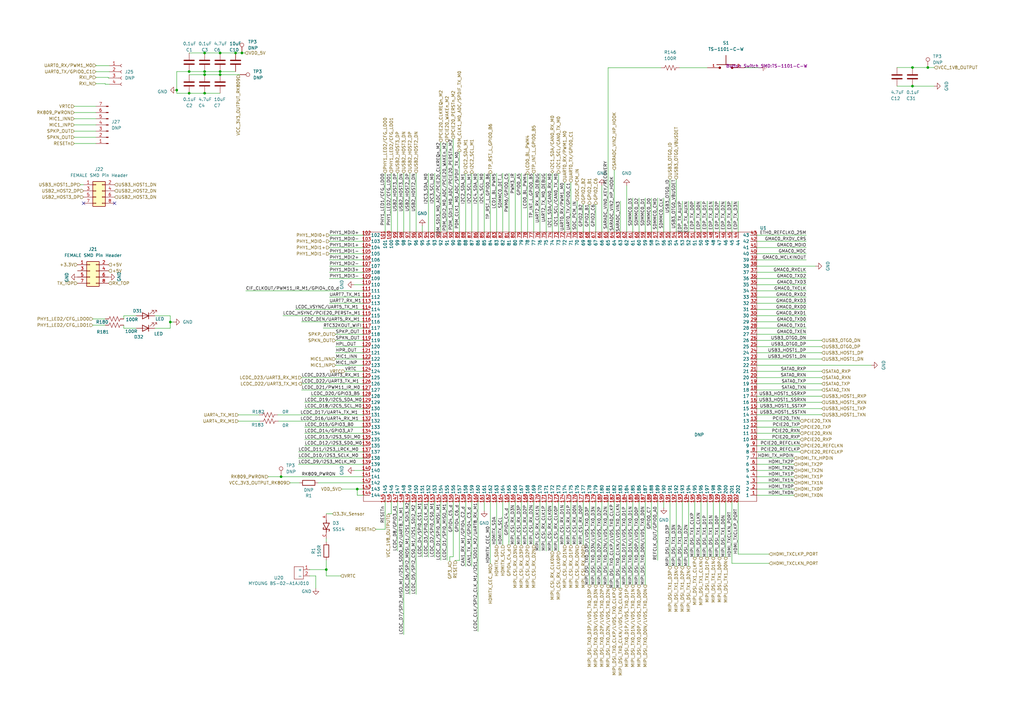
<source format=kicad_sch>
(kicad_sch (version 20230819) (generator eeschema)
  (paper "A3")
  (junction (at 133.8295 233.6065))
  (junction (at 90.2707 29.3423))
  (junction (at 83.9207 30.6123))
  (junction (at 99.231 21.7223))
  (junction (at 146.5295 200.5865))
  (junction (at 83.9207 29.3423))
  (junction (at 96.6207 21.7223))
  (junction (at 380.5549 27.6952))
  (junction (at 77.5707 38.2323))
  (junction (at 374.2473 35.3152))
  (junction (at 72.4907 36.9623))
  (junction (at 90.2707 30.6123))
  (junction (at 69.85 132.08))
  (junction (at 115.2798 195.5009))
  (junction (at 90.2707 21.7223))
  (junction (at 77.5707 29.3423))
  (junction (at 83.9207 38.2323))
  (junction (at 374.2473 27.6952))
  (junction (at 83.9207 21.7223))
  (no_connect (at 34.2778 83.3698))
  (no_connect (at 46.9778 83.3698))
  (wire (pts (xy 246.8595 76.1265) (xy 246.8595 95.1765)))
  (wire (pts (xy 124.9395 165.0265) (xy 149.0695 165.0265)))
  (wire (pts (xy 188.4395 95.1765) (xy 188.4395 62.1565)))
  (wire (pts (xy 259.5595 205.6665) (xy 259.5595 239.9565)))
  (wire (pts (xy 127 233.6065) (xy 133.8295 233.6065)))
  (wire (pts (xy 173.1995 92.6365) (xy 173.1995 95.1765)))
  (wire (pts (xy 241.7795 205.6665) (xy 241.7795 239.9565)))
  (wire (pts (xy 30.4678 56.3152) (xy 39.3578 56.3152)))
  (wire (pts (xy 145.2595 116.7665) (xy 149.0695 116.7665)))
  (wire (pts (xy 272.2595 208.2065) (xy 272.2595 205.6665)))
  (wire (pts (xy 30.4678 51.2352) (xy 39.3578 51.2352)))
  (wire (pts (xy 310.3595 190.4265) (xy 325.5995 190.4265)))
  (wire (pts (xy 137.6395 149.7865) (xy 149.0695 149.7865)))
  (wire (pts (xy 259.5595 81.2065) (xy 259.5595 95.1765)))
  (wire (pts (xy 374.2473 27.6952) (xy 380.5549 27.6952)))
  (wire (pts (xy 116.0495 129.4665) (xy 149.0695 129.4665)))
  (wire (pts (xy 234.1595 205.6665) (xy 234.1595 223.4465)))
  (wire (pts (xy 30.4678 43.6152) (xy 39.3578 43.6152)))
  (wire (pts (xy 98.3725 30.6115) (xy 98.3725 30.6123)))
  (wire (pts (xy 135.0995 114.2265) (xy 149.0695 114.2265)))
  (wire (pts (xy 30.4678 48.6952) (xy 39.3578 48.6952)))
  (wire (pts (xy 154.1495 217.0965) (xy 157.9595 217.0965)))
  (wire (pts (xy 229.0795 71.0465) (xy 229.0795 95.1765)))
  (wire (pts (xy 69.85 132.08) (xy 69.85 134.62)))
  (wire (pts (xy 231.6195 74.8565) (xy 231.6195 95.1765)))
  (wire (pts (xy 279.8795 82.4765) (xy 279.8795 95.1765)))
  (wire (pts (xy 198.5995 95.1765) (xy 198.5995 71.0465)))
  (wire (pts (xy 310.3595 198.0465) (xy 325.5995 198.0465)))
  (wire (pts (xy 246.8595 205.6665) (xy 246.8595 239.9565)))
  (wire (pts (xy 118.9699 198.0273) (xy 118.9699 198.0465)))
  (wire (pts (xy 279.8795 205.6665) (xy 279.8795 232.3365)))
  (wire (pts (xy 310.3595 111.6865) (xy 330.6795 111.6865)))
  (wire (pts (xy 124.9395 180.2665) (xy 149.0695 180.2665)))
  (wire (pts (xy 135.0995 104.0665) (xy 149.0695 104.0665)))
  (wire (pts (xy 188.4395 205.6665) (xy 188.4395 229.87)))
  (wire (pts (xy 310.3595 170.1065) (xy 337.0295 170.1065)))
  (wire (pts (xy 249.3995 205.6665) (xy 249.3995 239.9565)))
  (wire (pts (xy 127.4795 162.4865) (xy 149.0695 162.4865)))
  (wire (pts (xy 295.1195 205.6665) (xy 295.1195 228.5265)))
  (wire (pts (xy 310.3595 116.7665) (xy 330.6795 116.7665)))
  (wire (pts (xy 139.7 236.22) (xy 133.8295 236.22)))
  (wire (pts (xy 206.2195 205.6665) (xy 206.2195 223.4465)))
  (wire (pts (xy 310.3595 159.9465) (xy 337.0295 159.9465)))
  (wire (pts (xy 297.6595 82.4765) (xy 297.6595 95.1765)))
  (wire (pts (xy 72.4907 29.3423) (xy 72.4907 36.9623)))
  (wire (pts (xy 236.6995 205.6665) (xy 236.6995 223.4465)))
  (wire (pts (xy 149.0695 190.4265) (xy 122.3995 190.4265)))
  (wire (pts (xy 310.3595 147.2465) (xy 337.0295 147.2465)))
  (wire (pts (xy 310.3595 154.8665) (xy 337.0295 154.8665)))
  (wire (pts (xy 262.0995 205.6665) (xy 262.0995 239.9565)))
  (wire (pts (xy 244.3195 205.6665) (xy 244.3195 239.9565)))
  (wire (pts (xy 262.0995 81.2065) (xy 262.0995 95.1765)))
  (wire (pts (xy 310.3595 165.0265) (xy 337.0295 165.0265)))
  (wire (pts (xy 146.5295 200.5865) (xy 149.0695 200.5865)))
  (wire (pts (xy 135.0995 106.6065) (xy 149.0695 106.6065)))
  (wire (pts (xy 118.9699 198.0465) (xy 122.8147 198.0465)))
  (wire (pts (xy 123.6695 132.0065) (xy 149.0695 132.0065)))
  (wire (pts (xy 310.3595 200.5865) (xy 325.5995 200.5865)))
  (wire (pts (xy 244.3195 83.7465) (xy 244.3195 95.1765)))
  (wire (pts (xy 264.6395 205.6665) (xy 264.6395 239.9565)))
  (wire (pts (xy 77.5707 21.7223) (xy 83.9207 21.7223)))
  (wire (pts (xy 183.3595 205.6665) (xy 183.3595 229.7965)))
  (wire (pts (xy 310.3595 192.9665) (xy 325.5995 192.9665)))
  (wire (pts (xy 221.4595 71.0465) (xy 221.4595 95.1765)))
  (wire (pts (xy 249.3995 27.7867) (xy 249.3995 95.1765)))
  (wire (pts (xy 236.6995 82.4765) (xy 236.6995 95.1765)))
  (wire (pts (xy 55.88 129.54) (xy 50.8 129.54)))
  (wire (pts (xy 160.4995 210.7465) (xy 160.4995 205.6665)))
  (wire (pts (xy 113.9047 170.18) (xy 125.73 170.18)))
  (wire (pts (xy 123.6695 154.8665) (xy 149.0695 154.8665)))
  (wire (pts (xy 208.7595 71.0465) (xy 208.7595 95.1765)))
  (wire (pts (xy 201.1395 95.1765) (xy 201.1395 71.0465)))
  (wire (pts (xy 129.54 236.22) (xy 127 236.22)))
  (wire (pts (xy 221.4595 205.6665) (xy 221.4595 225.9865)))
  (wire (pts (xy 50.8 129.54) (xy 50.8 130.81)))
  (wire (pts (xy 135.0995 96.4465) (xy 149.0695 96.4465)))
  (wire (pts (xy 98.3725 30.6123) (xy 90.2707 30.6123)))
  (wire (pts (xy 277.3395 205.6665) (xy 277.3395 232.3365)))
  (wire (pts (xy 135.0995 111.6865) (xy 149.0695 111.6865)))
  (wire (pts (xy 254.4795 82.4765) (xy 254.4795 95.1765)))
  (wire (pts (xy 310.3595 157.4065) (xy 337.0295 157.4065)))
  (wire (pts (xy 184.5048 230.1103) (xy 184.5048 228.346)))
  (wire (pts (xy 287.4995 205.6665) (xy 287.4995 228.5265)))
  (wire (pts (xy 83.9207 21.7223) (xy 90.2707 21.7223)))
  (wire (pts (xy 310.3595 139.6265) (xy 337.0295 139.6265)))
  (wire (pts (xy 39.37 34.29) (xy 43.18 34.29)))
  (wire (pts (xy 140.1795 200.5865) (xy 146.5295 200.5865)))
  (wire (pts (xy 208.7328 222.0138) (xy 208.7595 222.0138)))
  (wire (pts (xy 38.1 130.81) (xy 43.18 130.81)))
  (wire (pts (xy 175.7395 95.1765) (xy 175.7395 71.0465)))
  (wire (pts (xy 178.2795 205.6665) (xy 178.2795 228.5265)))
  (wire (pts (xy 100.8095 119.3065) (xy 149.0695 119.3065)))
  (wire (pts (xy 90.2707 29.3423) (xy 83.9207 29.3423)))
  (wire (pts (xy 137.6395 139.6265) (xy 149.0695 139.6265)))
  (wire (pts (xy 310.3595 187.8865) (xy 325.5995 187.8865)))
  (wire (pts (xy 137.6395 144.7065) (xy 149.0695 144.7065)))
  (wire (pts (xy 254.4795 205.6665) (xy 254.4795 241.2265)))
  (wire (pts (xy 39.37 26.9202) (xy 39.37 26.8525)))
  (wire (pts (xy 149.0695 185.3465) (xy 122.3995 185.3465)))
  (wire (pts (xy 135.0995 98.9865) (xy 149.0695 98.9865)))
  (wire (pts (xy 310.3595 177.7265) (xy 328.1395 177.7265)))
  (wire (pts (xy 193.5195 95.1765) (xy 193.5195 71.0465)))
  (wire (pts (xy 77.5707 30.6123) (xy 83.9207 30.6123)))
  (wire (pts (xy 141.4495 152.3265) (xy 149.0695 152.3265)))
  (wire (pts (xy 137.6395 142.1665) (xy 149.0695 142.1665)))
  (wire (pts (xy 310.3595 195.5065) (xy 325.5995 195.5065)))
  (wire (pts (xy 310.3595 124.3865) (xy 330.6795 124.3865)))
  (wire (pts (xy 168.1195 205.6665) (xy 168.1195 243.7665)))
  (wire (pts (xy 310.3595 137.0865) (xy 330.6795 137.0865)))
  (wire (pts (xy 115.2798 195.5065) (xy 115.2798 195.5009)))
  (wire (pts (xy 216.3795 71.0465) (xy 216.3795 95.1765)))
  (wire (pts (xy 251.9395 205.6665) (xy 251.9395 241.2265)))
  (wire (pts (xy 290.0395 205.6665) (xy 290.0395 228.5265)))
  (wire (pts (xy 292.5795 82.4765) (xy 292.5795 95.1765)))
  (wire (pts (xy 249.3995 27.7867) (xy 271.0888 27.7867)))
  (wire (pts (xy 206.2195 95.1765) (xy 206.2195 71.0465)))
  (wire (pts (xy 310.3595 175.1865) (xy 328.1395 175.1865)))
  (wire (pts (xy 33.0078 75.7498) (xy 34.2778 75.7498)))
  (wire (pts (xy 226.5395 71.0465) (xy 226.5395 95.1765)))
  (wire (pts (xy 267.1795 205.6665) (xy 267.1795 217.0965)))
  (wire (pts (xy 55.88 134.62) (xy 50.8 134.62)))
  (wire (pts (xy 278.7088 27.7867) (xy 290.1388 27.7867)))
  (wire (pts (xy 211.2995 205.6665) (xy 211.2995 223.4465)))
  (wire (pts (xy 129.54 241.3) (xy 129.54 236.22)))
  (wire (pts (xy 292.5795 205.6665) (xy 292.5795 228.5265)))
  (wire (pts (xy 229.0795 205.6665) (xy 229.0795 225.9865)))
  (wire (pts (xy 133.8295 222.1765) (xy 133.8295 220.9065)))
  (wire (pts (xy 44.45 32.0002) (xy 44.8672 32.0002)))
  (wire (pts (xy 310.3595 129.4665) (xy 330.6795 129.4665)))
  (wire (pts (xy 185.8995 205.6665) (xy 185.8995 228.346)))
  (wire (pts (xy 39.37 29.3925) (xy 44.8672 29.3925)))
  (wire (pts (xy 145.2595 192.9665) (xy 149.0695 192.9665)))
  (wire (pts (xy 310.3595 162.4865) (xy 337.0295 162.4865)))
  (wire (pts (xy 135.0995 121.8465) (xy 149.0695 121.8465)))
  (wire (pts (xy 130.4347 198.0465) (xy 149.0695 198.0465)))
  (wire (pts (xy 295.1195 82.4765) (xy 295.1195 95.1765)))
  (wire (pts (xy 90.2707 21.7223) (xy 96.6207 21.7223)))
  (wire (pts (xy 234.1595 74.8565) (xy 234.1595 95.1765)))
  (wire (pts (xy 124.9395 167.5665) (xy 149.0695 167.5665)))
  (wire (pts (xy 367.8973 27.6952) (xy 374.2473 27.6952)))
  (wire (pts (xy 69.85 129.54) (xy 63.5 129.54)))
  (wire (pts (xy 251.9395 69.7765) (xy 251.9395 95.1765)))
  (wire (pts (xy 223.9995 205.6665) (xy 223.9995 225.9865)))
  (wire (pts (xy 310.3595 96.4465) (xy 330.6795 96.4465)))
  (wire (pts (xy 163.0395 205.6665) (xy 163.0395 225.9865)))
  (wire (pts (xy 282.4195 82.4765) (xy 282.4195 95.1765)))
  (wire (pts (xy 132.5595 134.5465) (xy 149.0695 134.5465)))
  (wire (pts (xy 83.9207 30.6123) (xy 90.2707 30.6123)))
  (wire (pts (xy 175.7395 205.6665) (xy 175.7395 228.5265)))
  (wire (pts (xy 173.1995 205.6665) (xy 173.1995 228.5265)))
  (wire (pts (xy 72.4907 38.2323) (xy 77.5707 38.2323)))
  (wire (pts (xy 213.8395 71.0465) (xy 213.8395 95.1765)))
  (wire (pts (xy 190.9795 95.1765) (xy 190.9795 71.0465)))
  (wire (pts (xy 310.3595 142.1665) (xy 337.0295 142.1665)))
  (wire (pts (xy 96.6207 29.3423) (xy 90.2707 29.3423)))
  (wire (pts (xy 231.6195 205.6665) (xy 231.6195 223.4465)))
  (wire (pts (xy 239.2395 83.7465) (xy 239.2395 95.1765)))
  (wire (pts (xy 146.5295 203.1265) (xy 146.5295 200.5865)))
  (wire (pts (xy 96.6207 21.7223) (xy 99.231 21.7223)))
  (wire (pts (xy 124.9395 177.7265) (xy 149.0695 177.7265)))
  (wire (pts (xy 123.6695 159.9465) (xy 149.0695 159.9465)))
  (wire (pts (xy 137.6395 137.0865) (xy 149.0695 137.0865)))
  (wire (pts (xy 310.3595 134.5465) (xy 330.6795 134.5465)))
  (wire (pts (xy 188.4395 229.87) (xy 186.69 229.87)))
  (wire (pts (xy 39.37 31.75) (xy 44.45 31.75)))
  (wire (pts (xy 300.1995 231.0665) (xy 300.1995 205.6665)))
  (wire (pts (xy 223.9995 71.0465) (xy 223.9995 95.1765)))
  (wire (pts (xy 310.3595 203.1265) (xy 325.5995 203.1265)))
  (wire (pts (xy 77.5707 38.2323) (xy 83.9207 38.2323)))
  (wire (pts (xy 310.3595 152.3265) (xy 337.0295 152.3265)))
  (wire (pts (xy 136.3695 210.7465) (xy 133.8295 210.7465)))
  (wire (pts (xy 218.9195 205.6665) (xy 218.9195 223.4465)))
  (wire (pts (xy 310.3595 167.5665) (xy 337.0295 167.5665)))
  (wire (pts (xy 184.5048 228.346) (xy 185.8995 228.346)))
  (wire (pts (xy 135.0995 124.3865) (xy 149.0695 124.3865)))
  (wire (pts (xy 211.2995 71.0465) (xy 211.2995 95.1765)))
  (wire (pts (xy 310.3595 180.2665) (xy 328.1395 180.2665)))
  (wire (pts (xy 110.0416 195.5009) (xy 115.2798 195.5009)))
  (wire (pts (xy 44.8672 26.9202) (xy 39.37 26.9202)))
  (wire (pts (xy 290.0395 82.4765) (xy 290.0395 95.1765)))
  (wire (pts (xy 310.3595 104.0665) (xy 330.6795 104.0665)))
  (wire (pts (xy 149.0695 187.8865) (xy 122.3995 187.8865)))
  (wire (pts (xy 226.5395 205.6665) (xy 226.5395 225.9865)))
  (wire (pts (xy 170.6595 205.6665) (xy 170.6595 243.7665)))
  (wire (pts (xy 31.75 116.1735) (xy 31.7819 116.1735)))
  (wire (pts (xy 310.3595 98.9865) (xy 330.6795 98.9865)))
  (wire (pts (xy 272.2595 81.2065) (xy 272.2595 95.1765)))
  (wire (pts (xy 193.5195 205.6665) (xy 193.5195 232.3365)))
  (wire (pts (xy 44.45 31.75) (xy 44.45 32.0002)))
  (wire (pts (xy 159.2295 210.7465) (xy 160.4995 210.7465)))
  (wire (pts (xy 43.18 34.5402) (xy 44.8672 34.5402)))
  (wire (pts (xy 380.5549 27.6952) (xy 383.1373 27.6952)))
  (wire (pts (xy 38.1 133.35) (xy 43.18 133.35)))
  (wire (pts (xy 208.7328 222.0138) (xy 208.7328 223.5044)))
  (wire (pts (xy 269.7195 205.6665) (xy 269.7195 229.7965)))
  (wire (pts (xy 310.3595 144.7065) (xy 337.0295 144.7065)))
  (wire (pts (xy 44.8672 29.3925) (xy 44.8672 29.4602)))
  (wire (pts (xy 334.4895 109.1465) (xy 310.3595 109.1465)))
  (wire (pts (xy 170.6595 71.0465) (xy 170.6595 95.1765)))
  (wire (pts (xy 284.9595 82.4765) (xy 284.9595 95.1765)))
  (wire (pts (xy 30.4678 53.7752) (xy 39.3578 53.7752)))
  (wire (pts (xy 97.79 170.18) (xy 106.2847 170.18)))
  (wire (pts (xy 71.12 132.08) (xy 69.85 132.08)))
  (wire (pts (xy 178.2795 95.1765) (xy 178.2795 71.0465)))
  (wire (pts (xy 300.1995 82.4765) (xy 300.1995 95.1765)))
  (wire (pts (xy 50.8 134.62) (xy 50.8 133.35)))
  (wire (pts (xy 203.6795 95.1765) (xy 203.6795 71.0465)))
  (wire (pts (xy 135.0995 101.5265) (xy 149.0695 101.5265)))
  (wire (pts (xy 30.4678 46.1552) (xy 39.3578 46.1552)))
  (wire (pts (xy 274.7995 205.6665) (xy 274.7995 232.3365)))
  (wire (pts (xy 310.3595 132.0065) (xy 330.6795 132.0065)))
  (wire (pts (xy 196.0595 205.6665) (xy 196.0595 259.0065)))
  (wire (pts (xy 183.3595 95.1765) (xy 183.3595 58.3465)))
  (wire (pts (xy 97.79 172.72) (xy 106.5908 172.72)))
  (wire (pts (xy 180.8195 205.6665) (xy 180.8195 229.7965)))
  (wire (pts (xy 310.3595 126.9265) (xy 330.6795 126.9265)))
  (wire (pts (xy 77.5707 29.3423) (xy 72.4907 29.3423)))
  (wire (pts (xy 115.2798 195.5065) (xy 149.0695 195.5065)))
  (wire (pts (xy 133.8295 229.7965) (xy 133.8295 233.6065)))
  (wire (pts (xy 310.3595 114.2265) (xy 330.6795 114.2265)))
  (wire (pts (xy 69.85 132.08) (xy 69.85 129.54)))
  (wire (pts (xy 297.6595 205.6665) (xy 297.6595 228.5265)))
  (wire (pts (xy 257.0195 205.6665) (xy 257.0195 239.9565)))
  (wire (pts (xy 99.231 21.7223) (xy 100.4307 21.7223)))
  (wire (pts (xy 315.4395 227.2565) (xy 302.7395 227.2565)))
  (wire (pts (xy 137.6395 147.2465) (xy 149.0695 147.2465)))
  (wire (pts (xy 218.9195 71.0465) (xy 218.9195 95.1765)))
  (wire (pts (xy 310.3595 121.8465) (xy 330.6795 121.8465)))
  (wire (pts (xy 302.7395 82.4765) (xy 302.7395 95.1765)))
  (wire (pts (xy 114.2108 172.72) (xy 127 172.72)))
  (wire (pts (xy 121.1295 126.9265) (xy 149.0695 126.9265)))
  (wire (pts (xy 367.8973 35.3152) (xy 374.2473 35.3152)))
  (wire (pts (xy 213.8395 205.6665) (xy 213.8395 223.4465)))
  (wire (pts (xy 267.1795 81.2065) (xy 267.1795 95.1765)))
  (wire (pts (xy 43.18 34.29) (xy 43.18 34.5402)))
  (wire (pts (xy 124.9395 175.1865) (xy 149.0695 175.1865)))
  (wire (pts (xy 123.6695 157.4065) (xy 149.0695 157.4065)))
  (wire (pts (xy 374.2473 35.3152) (xy 383.1373 35.3152)))
  (wire (pts (xy 83.9207 29.3423) (xy 77.5707 29.3423)))
  (wire (pts (xy 257.0195 76.1265) (xy 257.0195 95.1765)))
  (wire (pts (xy 239.2395 205.6665) (xy 239.2395 223.4465)))
  (wire (pts (xy 287.4995 82.4765) (xy 287.4995 95.1765)))
  (wire (pts (xy 203.6795 205.6665) (xy 203.6795 223.4465)))
  (wire (pts (xy 357.3495 149.7865) (xy 310.3595 149.7865)))
  (wire (pts (xy 315.4395 231.0665) (xy 300.1995 231.0665)))
  (wire (pts (xy 30.4678 58.8552) (xy 39.3578 58.8552)))
  (wire (pts (xy 264.6395 81.2065) (xy 264.6395 95.1765)))
  (wire (pts (xy 198.5995 209.4765) (xy 198.5995 205.6665)))
  (wire (pts (xy 310.3595 101.5265) (xy 330.6795 101.5265)))
  (wire (pts (xy 269.7195 81.2065) (xy 269.7195 95.1765)))
  (wire (pts (xy 201.1395 205.6665) (xy 201.1395 231.0665)))
  (wire (pts (xy 157.9595 217.0965) (xy 157.9595 205.6665)))
  (wire (pts (xy 180.8195 95.1765) (xy 180.8195 58.3465)))
  (wire (pts (xy 83.9207 38.2323) (xy 90.2707 38.2323)))
  (wire (pts (xy 124.9395 182.8065) (xy 149.0695 182.8065)))
  (wire (pts (xy 133.8295 236.22) (xy 133.8295 233.6065)))
  (wire (pts (xy 241.7795 83.7465) (xy 241.7795 95.1765)))
  (wire (pts (xy 310.3595 119.3065) (xy 330.6795 119.3065)))
  (wire (pts (xy 185.8995 95.1765) (xy 185.8995 57.0765)))
  (wire (pts (xy 163.0395 71.0465) (xy 163.0395 95.1765)))
  (wire (pts (xy 190.9795 205.6665) (xy 190.9795 232.3365)))
  (wire (pts (xy 160.4995 71.0465) (xy 160.4995 95.1765)))
  (wire (pts (xy 310.3595 185.3465) (xy 328.1395 185.3465)))
  (wire (pts (xy 72.4907 36.9623) (xy 72.4907 38.2323)))
  (wire (pts (xy 310.3595 106.6065) (xy 330.6795 106.6065)))
  (wire (pts (xy 284.9595 205.6665) (xy 284.9595 228.5265)))
  (wire (pts (xy 165.5795 71.0465) (xy 165.5795 95.1765)))
  (wire (pts (xy 149.0695 203.1265) (xy 146.5295 203.1265)))
  (wire (pts (xy 282.4195 205.6665) (xy 282.4195 232.3365)))
  (wire (pts (xy 274.7995 73.5865) (xy 274.7995 95.1765)))
  (wire (pts (xy 157.9595 71.0465) (xy 157.9595 95.1765)))
  (wire (pts (xy 135.0995 109.1465) (xy 149.0695 109.1465)))
  (wire (pts (xy 168.1195 71.0465) (xy 168.1195 95.1765)))
  (wire (pts (xy 196.0595 95.1765) (xy 196.0595 71.0465)))
  (wire (pts (xy 310.3595 172.6465) (xy 328.1395 172.6465)))
  (wire (pts (xy 302.7395 227.2565) (xy 302.7395 205.6665)))
  (wire (pts (xy 125.73 170.18) (xy 149.0695 170.1065)))
  (wire (pts (xy 165.5795 205.6665) (xy 165.5795 260.2765)))
  (wire (pts (xy 305.3788 27.7867) (xy 311.7288 27.7867)))
  (wire (pts (xy 208.7595 222.0138) (xy 208.7595 205.6665)))
  (wire (pts (xy 127 172.72) (xy 149.0695 172.6465)))
  (wire (pts (xy 216.3795 205.6665) (xy 216.3795 223.4465)))
  (wire (pts (xy 69.85 134.62) (xy 63.5 134.62)))
  (wire (pts (xy 127 233.6065) (xy 127 233.68)))
  (wire (pts (xy 310.3595 182.8065) (xy 328.1395 182.8065)))
  (wire (pts (xy 277.3395 73.5865) (xy 277.3395 95.1765)))
  (label "SARADC_VIN0_KEY{slash}RECOVERY" (at 249.3995 65.9665 270))
  (label "MIPI_DSI_TX1_D3N" (at 277.3395 232.3365 90))
  (label "GMAC0_RXD1" (at 330.6795 129.4665 180))
  (label "LCDC_D12{slash}I2S3_SD0_M0" (at 124.9395 182.8065 0))
  (label "MIPI_DSI_TX0_D3P{slash}LVDS_TX0_D3P" (at 241.7795 239.9565 90))
  (label "MIPI_DSI_TX1_CLKN" (at 287.4995 228.5265 90))
  (label "UART0_RX{slash}PWM1_M0" (at 231.6195 74.8565 270))
  (label "LCDC_D9{slash}I2S3_MCLK_M0" (at 122.3995 190.4265 0))
  (label "SATA0_TXN" (at 330.6795 159.9465 180))
  (label "USB2_HOST2_DN" (at 170.6595 71.0465 270))
  (label "MIPI_DSI_TX1_D1N" (at 292.5795 228.5265 90))
  (label "MIPI_DSI_TX0_D2P{slash}LVDS_TX0_D2P" (at 246.8595 239.9565 90))
  (label "SOC_PCM_IN" (at 236.6995 82.4765 270))
  (label "TP_RST_L_GPIO0_B6" (at 201.1395 71.0465 270))
  (label "LCDC_D13{slash}I2S3_SDI_M0" (at 124.9395 180.2665 0))
  (label "LCDC_VSYNC{slash}UART5_TX_M1" (at 121.1295 126.9265 0))
  (label "HDMITX_CEC_M0" (at 201.1395 231.0665 90))
  (label "PHY1_LED2{slash}CFG_LDO1" (at 160.4995 71.0465 270))
  (label "HDMITX_SDA" (at 203.6795 223.4465 90))
  (label "SATA0_TXP" (at 330.6795 157.4065 180))
  (label "PCIE20_RXN" (at 328.1395 177.7265 180))
  (label "SDMMC0_D3" (at 259.5595 81.2065 270))
  (label "USB3_HOST1_SSTXP" (at 330.6795 167.5665 180))
  (label "CAN1_RX_M1{slash}GPIO4_C2_d" (at 190.9795 232.3365 90))
  (label "PCIE20_RXP" (at 328.1395 180.2665 180))
  (label "GPIO4_C6_d" (at 188.4395 218.3665 90))
  (label "HDMI_TX0N" (at 325.5995 203.1265 180))
  (label "GMAC0_TXD1" (at 330.6795 134.5465 180))
  (label "GMAC0_MDC" (at 330.6795 104.0665 180))
  (label "MIPI_CSI_RX_D2P" (at 216.3795 223.4465 90))
  (label "EDP_TX_D0P" (at 284.9595 82.4765 270))
  (label "HDMI_TX2N" (at 325.5995 192.9665 180))
  (label "EDP_TX_D2P" (at 295.1195 82.4765 270))
  (label "LCDC_D18{slash}I2C5_SCL_M0" (at 124.9395 167.5665 0))
  (label "LCDC_D7{slash}SPI2_MISO_M1{slash}I2S1_SDO0_M2{slash}UART8_TX_M1" (at 165.5795 260.2765 90))
  (label "GMAC0_MCLKINOUT" (at 330.6795 106.6065 180))
  (label "UART7_TX_M1" (at 135.0995 121.8465 0))
  (label "GMAC0_TXD0" (at 330.6795 132.0065 180))
  (label "MIPI_DSI_TX1_D1P" (at 290.0395 228.5265 90))
  (label "SATA0_RXP" (at 330.6795 152.3265 180))
  (label "HPR_OUT" (at 137.6395 144.7065 0))
  (label "I2C4_SCL_M0" (at 198.5995 71.0465 270))
  (label "MIPI_CSI_RX_CLK0N" (at 226.5395 225.9865 90))
  (label "I2C2_SDA_M1" (at 190.9795 71.0465 270))
  (label "GPIO4_C4_d" (at 208.7595 219.6365 90))
  (label "LCDC_D3{slash}SPI0_CLK_M1" (at 175.7395 228.5265 90))
  (label "SARADC_VIN3" (at 254.4795 82.4765 270))
  (label "UART2_RX_M0_DEBUG" (at 221.4595 71.0465 270))
  (label "SPKP_OUT" (at 137.6395 137.0865 0))
  (label "PCIE20_TXN" (at 328.1395 172.6465 180))
  (label "LCDC_D11{slash}I2S3_LRCK_M0" (at 122.3995 185.3465 0))
  (label "MIPI_DSI_TX0_D3N{slash}LVDS_TX0_D3N" (at 244.3195 239.9565 90))
  (label "RTC32KOUT_WIFI" (at 132.5595 134.5465 0))
  (label "PHY1_LED1{slash}CFG_LDO0" (at 157.9595 71.0465 270))
  (label "GMAC0_TXD3" (at 330.6795 116.7665 180))
  (label "USB2_HOST2_DP" (at 168.1195 71.0465 270))
  (label "GMAC0_TXD2" (at 330.6795 114.2265 180))
  (label "GPIO2_B2" (at 239.2395 83.7465 270))
  (label "SDMMC0_D2" (at 262.0995 81.2065 270))
  (label "LCDC_D8{slash}GPIO3_A1" (at 163.0395 225.9865 90))
  (label "EDP_TX_D1P" (at 290.0395 82.4765 270))
  (label "PHY1_MDI2+" (at 135.0995 106.6065 0))
  (label "I2C4_SDA_M0" (at 196.0595 71.0465 270))
  (label "SATA0_RXN" (at 330.6795 154.8665 180))
  (label "ETH0_REFCLKO_25M" (at 330.6795 96.4465 180))
  (label "HDMI_TX1N" (at 325.5995 198.0465 180))
  (label "USB2_HOST3_DP" (at 163.0395 71.0465 270))
  (label "MIPI_DSI_TX0_D1P{slash}LVDS_TX0_D1P" (at 257.0195 239.9565 90))
  (label "PCIE20_TXP" (at 328.1395 175.1865 180))
  (label "PHY1_MDI0-" (at 135.0995 98.9865 0))
  (label "UART0_TX{slash}GPIO0_C1" (at 234.1595 74.8565 270))
  (label "REFCLK_OUT{slash}GPIO0_A0" (at 269.7195 229.7965 90))
  (label "USB3_HOST1_DN" (at 330.6795 147.2465 180))
  (label "MIPI_CSI_RX_CLK1P" (at 223.9995 225.9865 90))
  (label "MIPI_DSI_TX0_D0P{slash}LVDS_TX0_D0P" (at 262.0995 239.9565 90))
  (label "HPL_OUT" (at 137.6395 142.1665 0))
  (label "EDP_TX_D1N" (at 292.5795 82.4765 270))
  (label "LCDC_D5{slash}SPI2_CS0_M1{slash}I2S1_SDI2_M2" (at 170.6595 243.7665 90))
  (label "MIPI_CSI_RX_D0N" (at 236.6995 223.4465 90))
  (label "PDM_SDI3_M0_ADC{slash}PCIE20_CLKREQn_M2" (at 180.8195 58.3465 270))
  (label "HDMI_TXCLKP_PORT" (at 302.7395 227.2565 90))
  (label "PHY1_MDI1+" (at 135.0995 101.5265 0))
  (label "SDMMC0_DET_L" (at 206.2195 71.0465 270))
  (label "HDMI_TXCLKN_PORT" (at 300.1995 228.5265 90))
  (label "USB3_OTG0_DP" (at 330.6795 142.1665 180))
  (label "LCDC_D14{slash}GPIO3_A7" (at 124.9395 177.7265 0))
  (label "GMAC0_RXCLK" (at 330.6795 111.6865 180))
  (label "MIPI_DSI_TX0_CLKN{slash}LVDS_TX0_CLKN" (at 254.4795 241.2265 90))
  (label "HDMI_TX0P" (at 325.5995 200.5865 180))
  (label "MIPI_DSI_TX1_D2N" (at 282.4195 232.3365 90))
  (label "GPIO0_A5" (at 213.8395 71.0465 270))
  (label "LCDC_CLK{slash}SPI2_CLK_M1{slash}I2S1_SDO1_M2{slash}UART8_RX_M1" (at 196.0595 259.0065 90))
  (label "LCDC_D15{slash}GPIO3_B0" (at 124.9395 175.1865 0))
  (label "MIPI_DSI_TX0_D2N{slash}LVDS_TX0_D2N" (at 249.3995 239.9565 90))
  (label "LCDC_HSYNC{slash}PCIE20_PERSTn_M1" (at 116.0495 129.4665 0))
  (label "LCDC_D21{slash}PWM11_IR_M0" (at 123.6695 159.9465 0))
  (label "PHY1_MDI3+" (at 135.0995 111.6865 0))
  (label "MIPI_DSI_TX0_CLKP{slash}LVDS_TX0_CLKP" (at 251.9395 241.2265 90))
  (label "MIPI_CSI_RX_CLK1N" (at 221.4595 225.9865 90))
  (label "USB3_HOST1_SSTXN" (at 330.6795 170.1065 180))
  (label "EDP_TX_AUXP" (at 279.8795 82.4765 270))
  (label "MIPI_CSI_RX_D3N" (at 211.2995 223.4465 90))
  (label "RESETn" (at 157.9595 214.5565 90))
  (label "SDMMC0_D1" (at 264.6395 81.2065 270))
  (label "LCDC_D16{slash}UART4_RX_M1" (at 123.19 172.72 0))
  (label "GMAC0_TXCLK" (at 330.6795 119.3065 180))
  (label "VRTC" (at 141.4495 152.3265 0))
  (label "UART7_RX_M1" (at 135.0995 124.3865 0))
  (label "MIPI_CSI_RX_CLK0P" (at 229.0795 225.9865 90))
  (label "LCDC_D1{slash}SPI0_MOSI_M1" (at 180.8195 229.7965 90))
  (label "LCDC_D20{slash}GPIO3_B5" (at 127.4795 162.4865 0))
  (label "MIPI_CSI_RX_D1N" (at 231.6195 223.4465 90))
  (label "EDP_TX_D2N" (at 297.6595 82.4765 270))
  (label "PDM_SDI2_M0_ADC{slash}PCIE20_WAKEn_M2" (at 183.3595 58.3465 270))
  (label "USB3_OTG0_DN" (at 330.6795 139.6265 180))
  (label "CAN1_TX_M1{slash}GPIO4_C3_d" (at 193.5195 232.3365 90))
  (label "PCIE20_REFCLKP" (at 328.1395 185.3465 180))
  (label "MIPI_CSI_RX_D1P" (at 234.1595 223.4465 90))
  (label "SDMMC0_CLK" (at 272.2595 81.2065 270))
  (label "CIF_CLKOUT{slash}PWM11_IR_M1{slash}GPIO4_C0_d" (at 100.8095 119.3065 0))
  (label "GMAC0_TXEN" (at 330.6795 137.0865 180))
  (label "MIPI_DSI_TX1_D3P" (at 274.7995 232.3365 90))
  (label "GPIO0_C7" (at 267.1795 217.0965 90))
  (label "PDM_SDI1_M0_ADC{slash}PCIE20_PERSTn_M2" (at 185.8995 57.0765 270))
  (label "I2C3_SCL_M0" (at 178.2795 71.0465 270))
  (label "USB3_HOST1_SSRXN" (at 330.6795 165.0265 180))
  (label "SDMMC0_CMD" (at 269.7195 81.2065 270))
  (label "MIPI_DSI_TX0_D0N{slash}LVDS_TX0_D0N" (at 264.6395 239.9565 90))
  (label "MIC1_INN" (at 137.6395 147.2465 0))
  (label "PDM_CLK1_M0_ADC{slash}SPDIF_TX_M0" (at 188.4395 62.1565 270))
  (label "GPIO4_C5_d" (at 185.8995 218.3665 90))
  (label "GPIO2_B1" (at 241.7795 83.7465 270))
  (label "LCDC_D17{slash}UART4_TX_M1" (at 123.19 170.18 0))
  (label "PCIE20_REFCLKN" (at 328.1395 182.8065 180))
  (label "MIC1_INP" (at 137.6395 149.7865 0))
  (label "SDMMC0_D0" (at 267.1795 81.2065 270))
  (label "GMAC0_RXDV_CRS" (at 330.6795 98.9865 180))
  (label "SARADC_VIN2_HP_HOOK" (at 251.9395 72.3165 270))
  (label "USB3_OTG0_ID" (at 274.7995 73.5865 270))
  (label "EDP_TX_AUXN" (at 282.4195 82.4765 270))
  (label "HDMITX_SCL" (at 206.2195 223.4465 90))
  (label "LCD1_BL_PWM5" (at 203.6795 71.0465 270))
  (label "EDP_TX_D3P" (at 300.1995 82.4765 270))
  (label "LCDC_D1{slash}SPI0_MISO_M1" (at 183.3595 229.7965 90))
  (label "PHY1_MDI1-" (at 135.0995 104.0665 0))
  (label "MIPI_DSI_TX1_CLKP" (at 284.9595 228.5265 90))
  (label "LCDC_D19{slash}I2C5_SDA_M0" (at 124.9395 165.0265 0))
  (label "LCD0_BL_PWM4" (at 216.3795 71.0465 270))
  (label "SPKN_OUT" (at 137.6395 139.6265 0))
  (label "GPIO2_C6" (at 244.3195 83.7465 270))
  (label "HDMI_TX1P" (at 325.5995 195.5065 180))
  (label "PWM6{slash}GPIO0_C5" (at 208.7595 71.0465 270))
  (label "GMAC0_MDIO" (at 330.6795 101.5265 180))
  (label "EDP_TX_D3N" (at 302.7395 82.4765 270))
  (label "MIPI_DSI_TX0_D1N{slash}LVDS_TX0_D1N" (at 259.5595 239.9565 90))
  (label "I2C1_SDA{slash}CAN0_RX_M0" (at 226.5395 71.0465 270))
  (label "MIPI_DSI_TX1_D0N" (at 297.6595 228.5265 90))
  (label "LCDC_DEN{slash}UART5_RX_M1" (at 123.6695 132.0065 0))
  (label "USB2_HOST3_DN" (at 165.5795 71.0465 270))
  (label "LCDC_D22{slash}UART3_TX_M1" (at 123.6695 157.4065 0))
  (label "RK809_PWRON" (at 123.6695 195.5065 0))
  (label "MIPI_CSI_RX_D3P" (at 213.8395 223.4465 90))
  (label "PHY1_MDI0+" (at 135.0995 96.4465 0))
  (label "PWM3_IR" (at 211.2995 71.0465 270))
  (label "GMAC0_RXD0" (at 330.6795 126.9265 180))
  (label "LCDC_D4{slash}SPI0_CS1_M1" (at 173.1995 228.5265 90))
  (label "EDP_TX_D0N" (at 287.4995 82.4765 270))
  (label "LCDC_D10{slash}I2S3_SCLK_M0" (at 122.3995 187.8865 0))
  (label "MIPI_CSI_RX_D2N" (at 218.9195 223.4465 90))
  (label "UART2_TX_M0_DEBUG" (at 223.9995 71.0465 270))
  (label "GMAC0_RXD3" (at 330.6795 124.3865 180))
  (label "I2C2_SCL_M1" (at 193.5195 71.0465 270))
  (label "LCDC_D2{slash}SPI0_CS0_M1" (at 178.2795 228.5265 90))
  (label "USB3_HOST1_DP" (at 330.6795 144.7065 180))
  (label "USB3_OTG0_VBUSDET" (at 277.3395 73.5865 270))
  (label "HDMI_TX2P" (at 325.5995 190.4265 180))
  (label "MIPI_DSI_TX1_D0P" (at 295.1195 228.5265 90))
  (label "LCDC_D6{slash}SPI2_MOSI_M1{slash}I2S1_SDI3_M2" (at 168.1195 243.7665 90))
  (label "I2C3_SDA_M0" (at 175.7395 71.0465 270))
  (label "MIPI_CSI_RX_D0P" (at 239.2395 223.4465 90))
  (label "LCDC_D23{slash}UART3_RX_M1" (at 123.6695 154.8665 0))
  (label "I2C1_SCL{slash}CAN0_TX_M0" (at 229.0795 71.0465 270))
  (label "HDMI_TX_HPDIN" (at 325.5995 187.8865 180))
  (label "PHY1_MDI2-" (at 135.0995 109.1465 0))
  (label "MIPI_DSI_TX1_D2P" (at 279.8795 232.3365 90))
  (label "PHY1_MDI3-" (at 135.0995 114.2265 0))
  (label "GMAC0_RXD2" (at 330.6795 121.8465 180))
  (label "USB3_HOST1_SSRXP" (at 330.6795 162.4865 180))
  (label "TP_INT_L_GPIO0_B5" (at 218.9195 71.0465 270))
  (hierarchical_label "SPKN_OUT" (shape input) (at 30.4678 56.3152 180))
  (hierarchical_label "I2C2_SCL_M1" (shape output) (at 193.5195 71.0465 90))
  (hierarchical_label "HDMI_TX2N" (shape input) (at 325.5995 192.9665 0))
  (hierarchical_label "MIPI_DSI_TX1_D0N" (shape output) (at 297.6595 228.5265 270))
  (hierarchical_label "HDMI_TX0N" (shape input) (at 325.5995 203.1265 0))
  (hierarchical_label "VCC_1V8_OUTPUT" (shape input) (at 383.1373 27.6952 0))
  (hierarchical_label "VDD_5V" (shape input) (at 100.4307 21.7223 0))
  (hierarchical_label "USB3_OTG0_DN" (shape input) (at 337.0295 139.6265 0))
  (hierarchical_label "HDMITX_CEC_M0" (shape input) (at 201.1395 231.0665 270))
  (hierarchical_label "PHY1_MDI0+" (shape input) (at 135.0995 96.4465 180))
  (hierarchical_label "VRTC" (shape input) (at 30.4678 43.6152 180))
  (hierarchical_label "PHY1_LED2{slash}CFG_LDO1" (shape input) (at 38.1 133.35 180))
  (hierarchical_label "LCD0_BL_PWM4" (shape output) (at 216.3795 71.456 90))
  (hierarchical_label "MIPI_DSI_TX0_CLKP{slash}LVDS_TX0_CLKP" (shape output) (at 251.9395 241.2265 270))
  (hierarchical_label "MIC1_INN" (shape input) (at 30.4678 48.6952 180))
  (hierarchical_label "MIPI_DSI_TX0_D0P{slash}LVDS_TX0_D0P" (shape output) (at 262.0995 239.9565 270))
  (hierarchical_label "PHY1_MDI1-" (shape input) (at 135.0995 104.0665 180))
  (hierarchical_label "MIPI_CSI_RX_D0P" (shape input) (at 239.2395 223.4465 270))
  (hierarchical_label "MIPI_DSI_TX1_D2P" (shape output) (at 279.8795 232.3365 270))
  (hierarchical_label "SATA0_TXP" (shape input) (at 337.0295 157.4065 0))
  (hierarchical_label "PCIE20_REFCLKN" (shape input) (at 328.1395 182.8065 0))
  (hierarchical_label "UART0_TX{slash}GPIO0_C1" (shape input) (at 234.1595 74.8565 90))
  (hierarchical_label "MIPI_DSI_TX1_D1P" (shape output) (at 290.0395 228.5265 270))
  (hierarchical_label "SPKN_OUT" (shape input) (at 137.6395 139.6265 180))
  (hierarchical_label "UART0_TX{slash}GPIO0_C1" (shape input) (at 39.37 29.3925 180))
  (hierarchical_label "MIPI_DSI_TX0_D1P{slash}LVDS_TX0_D1P" (shape output) (at 257.0195 239.9565 270))
  (hierarchical_label "USB3_HOST1_RXN" (shape input) (at 337.0295 165.0265 0))
  (hierarchical_label "SARADC_VIN2_HP_HOOK" (shape input) (at 251.9395 69.7765 90))
  (hierarchical_label "PDM_CLK1_M0_ADC{slash}SPDIF_TX_M0" (shape output) (at 188.4395 62.1565 90))
  (hierarchical_label "+5V" (shape input) (at 44.4819 111.0935 0))
  (hierarchical_label "SPKP_OUT" (shape input) (at 137.6395 137.0865 180))
  (hierarchical_label "RESETn" (shape input) (at 30.4678 58.8552 180))
  (hierarchical_label "MIPI_DSI_TX0_D0N{slash}LVDS_TX0_D0N" (shape output) (at 264.6395 239.9565 270))
  (hierarchical_label "USB3_HOST1_TXN" (shape input) (at 337.0295 170.1065 0))
  (hierarchical_label "MIPI_CSI_RX_D1N" (shape input) (at 231.6195 223.4465 270))
  (hierarchical_label "USB2_HOST3_DP" (shape input) (at 163.0395 71.0465 90))
  (hierarchical_label "HDMI_TX_HPDIN" (shape input) (at 325.5995 187.8865 0))
  (hierarchical_label "MIC1_INP" (shape input) (at 30.4678 51.2352 180))
  (hierarchical_label "VDD_5V" (shape input) (at 140.1795 200.5865 180))
  (hierarchical_label "USB3_HOST1_DN" (shape input) (at 46.9778 75.7498 0))
  (hierarchical_label "RXI_N" (shape input) (at 39.37 34.29 180) (property "Intersheetrefs" "${INTERSHEET_REFS}" (effects hide)))
  (hierarchical_label "HDMI_TX1N" (shape input) (at 325.5995 198.0465 0))
  (hierarchical_label "RK809_PWRON" (shape input) (at 30.4678 46.1552 180))
  (hierarchical_label "MIPI_DSI_TX1_D3P" (shape output) (at 274.7995 232.3365 270))
  (hierarchical_label "HDMITX_SCL" (shape input) (at 206.2195 223.4465 270))
  (hierarchical_label "PCIE20_REFCLKP" (shape input) (at 328.1395 185.3465 0))
  (hierarchical_label "TP_INT_L_GPIO0_B5" (shape input) (at 218.9195 71.1569 90))
  (hierarchical_label "RX_TOP" (shape input) (at 44.4819 116.1735 0))
  (hierarchical_label "MIC1_INP" (shape input) (at 137.6395 149.7865 180))
  (hierarchical_label "SOC_PCM_IN" (shape input) (at 236.6995 82.4765 90))
  (hierarchical_label "HDMI_TX2P" (shape input) (at 325.5995 190.4265 0))
  (hierarchical_label "USB2_HOST3_DN" (shape input) (at 46.9778 80.8298 0))
  (hierarchical_label "MIPI_DSI_TX0_D3N{slash}LVDS_TX0_D3N" (shape output) (at 244.3195 239.9565 270))
  (hierarchical_label "MIPI_CSI_RX_D2P" (shape input) (at 216.3795 223.4465 270))
  (hierarchical_label "PCIE20_TXN" (shape input) (at 328.1395 172.6465 0))
  (hierarchical_label "PCIE20_RXN" (shape input) (at 328.1395 177.7265 0))
  (hierarchical_label "USB3_OTG0_DP" (shape input) (at 337.0295 142.1665 0))
  (hierarchical_label "LCDC_D22{slash}UART3_TX_M1" (shape output) (at 123.6695 157.4065 180))
  (hierarchical_label "MIPI_CSI_RX_CLK0N" (shape input) (at 226.5395 225.9865 270))
  (hierarchical_label "USB2_HOST3_DN" (shape input) (at 165.5795 71.0465 90))
  (hierarchical_label "USB2_HOST2_DP" (shape input) (at 34.2778 78.2898 180))
  (hierarchical_label "UART0_RX{slash}PWM1_M0" (shape input) (at 231.6195 74.8565 90))
  (hierarchical_label "VRTC" (shape input) (at 139.7 236.22 0))
  (hierarchical_label "I2C2_SDA_M1" (shape output) (at 190.9795 71.0956 90))
  (hierarchical_label "SATA0_RXP" (shape input) (at 337.0295 152.3265 0))
  (hierarchical_label "PCIE20_RXP" (shape input) (at 328.1395 180.2665 0))
  (hierarchical_label "MIPI_CSI_RX_D1P" (shape input) (at 234.1595 223.4465 270))
  (hierarchical_label "MIPI_DSI_TX1_CLKP" (shape output) (at 284.9595 228.5265 270))
  (hierarchical_label "MIPI_DSI_TX1_D2N" (shape output) (at 282.4195 232.3365 270))
  (hierarchical_label "+3.3V" (shape input) (at 31.7819 108.5535 180))
  (hierarchical_label "VRTC" (shape input) (at 141.4495 152.3265 180))
  (hierarchical_label "MIPI_DSI_TX1_D0P" (shape output) (at 295.1195 228.5265 270))
  (hierarchical_label "USB3_OTG0_VBUSDET" (shape input) (at 277.3395 73.5865 90))
  (hierarchical_label "MIPI_CSI_RX_D0N" (shape input) (at 236.6995 223.4465 270))
  (hierarchical_label "HDMI_TXCLKP_PORT" (shape input) (at 315.4395 227.2565 0))
  (hierarchical_label "SATA0_RXN" (shape input) (at 337.0295 154.8665 0))
  (hierarchical_label "PHY1_MDI1+" (shape input) (at 135.0995 101.5265 180))
  (hierarchical_label "HDMI_TX0P" (shape input) (at 325.5995 200.5865 0))
  (hierarchical_label "HDMITX_SDA" (shape input) (at 203.6795 223.4465 270))
  (hierarchical_label "RESET" (shape input) (at 186.69 229.87 270))
  (hierarchical_label "RESETn" (shape input) (at 154.1495 217.0965 180))
  (hierarchical_label "MIPI_CSI_RX_D2N" (shape input) (at 218.9195 223.4465 270))
  (hierarchical_label "VCC_1V8_OUTPUT" (shape input) (at 159.2295 210.7465 270))
  (hierarchical_label "USB3_HOST1_DN" (shape input) (at 337.0295 147.2465 0))
  (hierarchical_label "MIPI_DSI_TX0_D2N{slash}LVDS_TX0_D2N" (shape output) (at 249.3995 239.9565 270))
  (hierarchical_label "MIPI_DSI_TX0_D2P{slash}LVDS_TX0_D2P" (shape output) (at 246.8595 239.9565 270))
  (hierarchical_label "GPIO2_B2" (shape input) (at 239.2395 83.7671 90))
  (hierarchical_label "PCIE20_CLKREQn_M2" (shape input) (at 180.8195 58.3465 90))
  (hierarchical_label "UART0_RX{slash}PWM1_M0" (shape input) (at 39.37 26.8525 180))
  (hierarchical_label "VCC_3V3_OUTPUT_RK809" (shape input) (at 97.7195 30.6123 270))
  (hierarchical_label "LCDC_D23{slash}UART3_RX_M1" (shape input) (at 123.6695 154.8665 180))
  (hierarchical_label "PCIE20_PERSTn_M2" (shape input) (at 185.8995 57.0765 90))
  (hierarchical_label "USB3_HOST1_TXP" (shape input) (at 337.0295 167.5665 0))
  (hierarchical_label "USB2_HOST2_DP" (shape input) (at 168.1195 71.0465 90))
  (hierarchical_label "USB3_HOST1_DP" (shape input) (at 33.0078 75.7498 180))
  (hierarchical_label "PCIE20_WAKEn_M2" (shape input) (at 183.3595 58.3465 90))
  (hierarchical_label "MIPI_DSI_TX0_D1N{slash}LVDS_TX0_D1N" (shape output) (at 259.5595 239.9565 270))
  (hierarchical_label "HDMI_TXCLKN_PORT" (shape input) (at 315.4395 231.0665 0))
  (hierarchical_label "+5V" (shape input) (at 44.4819 108.5535 0))
  (hierarchical_label "GPIO2_B1" (shape output) (at 241.7795 83.7465 90))
  (hierarchical_label "GPIO2_C6" (shape output) (at 244.3195 83.7465 90))
  (hierarchical_label "MIPI_DSI_TX1_D1N" (shape output) (at 292.5795 228.5265 270))
  (hierarchical_label "MIPI_DSI_TX0_CLKN{slash}LVDS_TX0_CLKN" (shape output) (at 254.4795 241.2265 270))
  (hierarchical_label "MIPI_CSI_RX_D3P" (shape input) (at 213.8395 223.4465 270))
  (hierarchical_label "MIPI_CSI_RX_CLK0P" (shape input) (at 229.0795 225.9865 270))
  (hierarchical_label "TP_RST_L_GPIO0_B6" (shape output) (at 201.1395 71.0465 90))
  (hierarchical_label "PCIE20_TXP" (shape input) (at 328.1395 175.1865 0))
  (hierarchical_label "USB2_HOST3_DP" (shape input) (at 34.2778 80.8298 180))
  (hierarchical_label "MIPI_DSI_TX1_CLKN" (shape output) (at 287.4995 228.5265 270))
  (hierarchical_label "3.3V_Sensor" (shape input) (at 136.3695 210.7465 0))
  (hierarchical_label "USB3_OTG0_ID" (shape input) (at 274.7995 73.5865 90))
  (hierarchical_label "MIC1_INN" (shape input) (at 137.6395 147.2465 180))
  (hierarchical_label "PHY1_LED2{slash}CFG_LDO1" (shape input) (at 160.4995 71.0465 90))
  (hierarchical_label "SPKP_OUT" (shape input) (at 30.4678 53.7752 180))
  (hierarchical_label "HDMI_TX1P" (shape input) (at 325.5995 195.5065 0))
  (hierarchical_label "TX_TOP" (shape input) (at 31.75 116.1735 180))
  (hierarchical_label "RK809_PWRON" (shape input) (at 110.0416 195.5009 180))
  (hierarchical_label "PHY1_MDI0-" (shape input) (at 135.0995 98.9865 180))
  (hierarchical_label "PHY1_LED2{slash}CFG_LDO0" (shape input) (at 157.9595 71.0465 90))
  (hierarchical_label "GP3_A" (shape input) (at 184.5048 230.1103 270))
  (hierarchical_label "MIPI_CSI_RX_D3N" (shape input) (at 211.2995 223.4465 270))
  (hierarchical_label "UART4_TX_M1" (shape input) (at 97.79 170.18 180))
  (hierarchical_label "USB2_HOST2_DN" (shape input) (at 46.9778 78.2898 0))
  (hierarchical_label "PHY1_LED2{slash}CFG_LDO0" (shape input) (at 38.1 130.81 180))
  (hierarchical_label "SATA0_TXN" (shape input) (at 337.0295 159.9465 0))
  (hierarchical_label "USB3_HOST1_RXP" (shape input) (at 337.0295 162.4865 0))
  (hierarchical_label "USB2_HOST2_DN" (shape input) (at 170.6595 71.0465 90))
  (hierarchical_label "VCC_3V3_OUTPUT_RK809" (shape input) (at 118.9699 198.0273 180))
  (hierarchical_label "USB3_HOST1_DP" (shape input) (at 337.0295 144.7065 0))
  (hierarchical_label "MIPI_DSI_TX0_D3P{slash}LVDS_TX0_D3P" (shape output) (at 241.7795 239.9565 270))
  (hierarchical_label "UART4_RX_M1" (shape input) (at 97.79 172.72 180))
  (hierarchical_label "I2C1_SCL{slash}CAN0_TX_M0" (shape output) (at 229.0795 71.0465 90))
  (hierarchical_label "GPIO4_C4_d" (shape output) (at 208.7328 223.5044 270))
  (hierarchical_label "RXI_P" (shape input) (at 39.37 31.75 180) (property "Intersheetrefs" "${INTERSHEET_REFS}" (effects hide)))
  (hierarchical_label "MIPI_DSI_TX1_D3N" (shape output) (at 277.3395 232.3365 270))
  (hierarchical_label "I2C1_SDA{slash}CAN0_RX_M0" (shape bidirectional) (at 226.5395 71.0465 90))
  (symbol (lib_id "Device:C") (at 90.2707 25.5323 0) (unit 1)
    (property "Reference" "C6" (at 87.7307 20.4523 0) (effects (justify left)))
    (property "Value" "4.7uF" (at 87.7307 17.9123 0) (effects (justify left)))
    (property "Footprint" "Capacitor_SMD:C_0603_1608Metric" (effects hide))
  )
  (symbol (lib_id "SS14:SS14") (at 133.8295 215.8265 270) (unit 1)
    (property "Reference" "D3" (at 136.3695 214.5564 90) (effects (justify left)))
    (property "Value" "SS14" (at 136.3695 217.0964 90) (effects (justify left)))
    (property "Footprint" "SS14:DIOM4325X250N" (effects hide))
    (property "STANDARD" "IPC-7351B" (effects hide))
    (property "MAXIMUM_PACKAGE_HEIGHT" "2.5 mm" (effects hide))
    (property "MANUFACTURER" "Taiwan Semiconductor" (effects hide))
    (property "PARTREV" "O2102" (effects hide))
  )
  (symbol (lib_id "power:GND") (at 145.2595 192.9665 270) (unit 1)
    (property "Reference" "#PWR044" (effects hide))
    (property "Value" "GND" (at 140.1795 192.9665 0))
  )
  (symbol (lib_id "power:GND") (at 246.8595 76.1265 180) (unit 1)
    (property "Reference" "#PWR047" (effects hide))
    (property "Value" "GND" (at 246.8595 71.0465 0))
  )
  (symbol (lib_id "power:GND") (at 272.2595 208.2065 0) (unit 1)
    (property "Reference" "#PWR049" (effects hide))
    (property "Value" "GND" (at 272.2595 213.2865 0))
  )
  (symbol (lib_id "Connector_Generic:Conn_02x04_Odd_Even") (at 36.8619 111.0935 0) (unit 1)
    (property "Reference" "J21" (at 38.1319 102.2035 0))
    (property "Value" "FEMALE SMD Pin Header" (at 38.1319 104.7435 0))
    (property "Footprint" "Connector_PinSocket_2.54mm:PinSocket_2x04_P2.54mm_Vertical_SMD" (effects hide))
  )
  (symbol (lib_id "Device:C") (at 77.5707 34.4223 0) (unit 1)
    (property "Reference" "C2" (at 76.3007 43.3123 0) (effects (justify left)))
    (property "Value" "0.1uF" (at 75.0307 40.7723 0) (effects (justify left)))
    (property "Footprint" "Capacitor_SMD:C_0603_1608Metric" (effects hide))
  )
  (symbol (lib_id "Device:LED") (at 59.69 129.54 180) (unit 1)
    (property "Reference" "D31" (at 56.388 127.508 0))
    (property "Value" "LED" (at 65.532 130.81 0))
    (property "Footprint" "LED_SMD:LED_0402_1005Metric" (effects hide))
    (property "Description" "Light emitting diode" (effects hide))
  )
  (symbol (lib_id "Connector_Generic:Conn_02x04_Odd_Even") (at 39.3578 78.2898 0) (unit 1)
    (property "Reference" "J22" (at 40.6278 69.3998 0))
    (property "Value" "FEMALE SMD Pin Header" (at 40.6278 71.9398 0))
    (property "Footprint" "Connector_PinSocket_2.54mm:PinSocket_2x04_P2.54mm_Vertical_SMD" (effects hide))
  )
  (symbol (lib_id "power:GND") (at 198.5995 209.4765 0) (unit 1)
    (property "Reference" "#PWR046" (effects hide))
    (property "Value" "GND" (at 198.5995 214.5565 0))
  )
  (symbol (lib_id "Device:R") (at 126.6247 198.0465 90) (unit 1)
    (property "Reference" "R1" (at 126.6247 203.3043 90))
    (property "Value" "DNP" (at 126.6247 200.9929 90))
    (property "Footprint" "Resistor_SMD:R_0603_1608Metric" (effects hide))
    (instances (project "RP2040_minimal" (path "" (reference "R1") (unit 1)) (path "" (reference "R154") (unit 1))))
  )
  (symbol (lib_id "Connector:TestPoint") (at 98.3725 30.6115 270) (unit 1)
    (property "Reference" "TP3" (at 103.8099 29.3414 90) (effects (justify left)))
    (property "Value" "DNP" (at 103.8099 31.8814 90) (effects (justify left)))
    (property "Footprint" "Connector_Pin:Pin_D1.0mm_L10.0mm" (effects hide))
    (property "Description" "test point" (effects hide))
    (instances (project "RP2040_minimal" (path "" (reference "TP3") (unit 1)) (path "" (reference "TP9") (unit 1))))
  )
  (symbol (lib_id "Device:R") (at 133.8295 225.9865 0) (unit 1)
    (property "Reference" "R1" (at 128.5717 225.9865 90))
    (property "Value" "150R" (at 130.8831 225.9865 90))
    (property "Footprint" "Resistor_SMD:R_0603_1608Metric" (effects hide))
  )
  (symbol (lib_id "Device:R_US") (at 46.99 130.81 90) (unit 1)
    (property "Reference" "R180" (at 41.91 132.08 90))
    (property "Value" "100R" (at 54.102 131.064 90))
    (property "Footprint" "Resistor_SMD:R_0603_1608Metric" (effects hide))
    (property "Description" "Resistor, US symbol" (effects hide))
  )
  (symbol (lib_id "Device:R_US") (at 110.0947 170.18 90) (unit 1)
    (property "Reference" "R182" (at 105.918 168.91 90))
    (property "Value" "0R" (at 117.094 168.91 90))
    (property "Footprint" "Resistor_SMD:R_0603_1608Metric" (effects hide))
    (property "Description" "Resistor, US symbol" (effects hide))
  )
  (symbol (lib_id "TL1015AF160QG:TL1015AF160QG") (at 297.7588 27.7867 0) (unit 1)
    (property "Reference" "S1" (at 297.7588 17.6267 0))
    (property "Value" "TS-1101-C-W" (at 297.7588 20.1667 0))
    (property "Footprint" "Button_Switch_SMD:TS-1101-C-W" (at 297.7588 27.7867 0) (effects (justify left bottom)))
    (property "Description" "\\nTactile Switch SPST-NO Top Actuated Surface Mount\\n" (effects hide))
    (property "MAXIMUM_PACKAGE_HEIGHT" "2.1 mm" (effects hide))
    (property "Package" "None" (effects hide))
    (property "Price" "None" (effects hide))
    (property "Check_prices" "https://www.snapeda.com/parts/TL1015AF160QG/E-Switch/view-part/?ref=eda" (effects hide))
    (property "STANDARD" "Manufacturer Recommendations" (effects hide))
    (property "PARTREV" "F" (effects hide))
    (property "SnapEDA_Link" "https://www.snapeda.com/parts/TL1015AF160QG/E-Switch/view-part/?ref=snap" (effects hide))
    (property "MP" "TL1015AF160QG" (effects hide))
    (property "Purchase-URL" "https://www.snapeda.com/api/url_track_click_mouser/?unipart_id=298646&manufacturer=E-Switch&part_name=TL1015AF160QG&search_term=switch" (effects hide))
    (property "Availability" "In Stock" (effects hide))
    (property "MANUFACTURER" "E-Switch" (effects hide))
  )
  (symbol (lib_id "Device:C") (at 77.5707 25.5323 0) (unit 1)
    (property "Reference" "C1" (at 76.3007 20.4523 0) (effects (justify left)))
    (property "Value" "0.1uF" (at 75.0307 17.9123 0) (effects (justify left)))
    (property "Footprint" "Capacitor_SMD:C_0603_1608Metric" (effects hide))
  )
  (symbol (lib_id "power:GND") (at 257.0195 76.1265 180) (unit 1)
    (property "Reference" "#PWR048" (effects hide))
    (property "Value" "GND" (at 257.0195 71.0465 0))
  )
  (symbol (lib_id "Device:C") (at 367.8973 31.5052 0) (unit 1)
    (property "Reference" "C12" (at 365.3573 40.3952 0) (effects (justify left)))
    (property "Value" "4.7uF" (at 365.3573 37.8552 0) (effects (justify left)))
    (property "Footprint" "Capacitor_SMD:C_0603_1608Metric" (effects hide))
  )
  (symbol (lib_id "Device:R_US") (at 110.4008 172.72 90) (unit 1)
    (property "Reference" "R183" (at 105.664 174.244 90))
    (property "Value" "0R" (at 117.094 174.498 90))
    (property "Footprint" "Resistor_SMD:R_0603_1608Metric" (effects hide))
    (property "Description" "Resistor, US symbol" (effects hide))
  )
  (symbol (lib_id "power:GND") (at 357.3495 149.7865 90) (unit 1)
    (property "Reference" "#PWR051" (effects hide))
    (property "Value" "GND" (at 362.4295 149.7865 0))
  )
  (symbol (lib_id "power:GND") (at 71.12 132.08 90) (unit 1)
    (property "Reference" "#PWR0107" (effects hide))
    (property "Value" "GND" (at 74.93 132.0799 90) (effects (justify right)))
  )
  (symbol (lib_id "power:Earth") (at 311.7288 27.7867 90) (unit 1)
    (property "Reference" "#PWR0191" (effects hide))
    (property "Value" "Earth" (effects hide))
    (property "Description" "Power symbol creates a global label with name \"Earth\"" (effects hide))
  )
  (symbol (lib_id "Device:R_US") (at 274.8988 27.7867 90) (unit 1)
    (property "Reference" "R146" (at 274.8988 21.4367 90))
    (property "Value" "100R" (at 274.8988 23.9767 90))
    (property "Footprint" "Resistor_SMD:R_0603_1608Metric" (effects hide))
    (property "Description" "Resistor, US symbol" (effects hide))
  )
  (symbol (lib_id "power:GND") (at 44.4819 113.6335 90) (unit 1)
    (property "Reference" "#PWR068" (effects hide))
    (property "Value" "GND" (at 48.8761 113.5065 0))
    (instances (project "RP2040_minimal" (path "" (reference "#PWR068") (unit 1))) (project "GPIO_RP2040" (path "" (reference "#PWR0102") (unit 1))) (project "CM4IOv5" (path "" (reference "#PWR0102") (unit 1)) (path "" (reference "#PWR023") (unit 1))))
  )
  (symbol (lib_id "Connector:Conn_01x04_Female") (at 49.9472 29.4602 0) (unit 1)
    (property "Reference" "J25" (at 51.2172 29.4601 0) (effects (justify left)))
    (property "Value" "DNP" (at 51.2172 32.0001 0) (effects (justify left)))
    (property "Footprint" "Connector_PinHeader_2.54mm:PinHeader_2x02_P2.54mm_Vertical_SMD" (effects hide))
  )
  (symbol (lib_id "power:GND") (at 72.4907 36.9623 270) (unit 1)
    (property "Reference" "#PWR033" (effects hide))
    (property "Value" "GND" (at 68.6807 37.5973 90) (effects (justify right)))
  )
  (symbol (lib_id "power:GND") (at 145.2595 116.7665 270) (unit 1)
    (property "Reference" "#PWR043" (effects hide))
    (property "Value" "GND" (at 140.1795 116.7665 0))
  )
  (symbol (lib_id "Device:R_US") (at 46.99 133.35 90) (unit 1)
    (property "Reference" "R181" (at 42.164 136.144 90))
    (property "Value" "100R" (at 53.848 135.89 90))
    (property "Footprint" "Resistor_SMD:R_0603_1608Metric" (effects hide))
    (property "Description" "Resistor, US symbol" (effects hide))
  )
  (symbol (lib_id "Device:LED") (at 59.69 134.62 180) (unit 1)
    (property "Reference" "D32" (at 56.896 138.176 0))
    (property "Value" "LED" (at 65.024 136.906 0))
    (property "Footprint" "LED_SMD:LED_0402_1005Metric" (effects hide))
    (property "Description" "Light emitting diode" (effects hide))
  )
  (symbol (lib_id "MYOUNG BS-02-A1AJ010:BS-02-A1AJ010") (at 123.19 240.03 0) (mirror y) (unit 1)
    (property "Reference" "U20" (at 116.332 236.982 0) (effects (justify left)))
    (property "Value" "MYOUNG BS-02-A1AJ010" (at 114.3 239.268 0))
    (property "Footprint" "MYOUNG BS-02-A1AJ010:BS-02-A1AJ010" (effects hide))
  )
  (symbol (lib_id "Connector:Conn_01x07_Pin") (at 44.4378 51.2352 180) (unit 1)
    (property "Reference" "J27" (at 45.7078 49.9651 0) (effects (justify right)))
    (property "Value" "DNP" (at 45.7078 52.5051 0) (effects (justify right)))
    (property "Footprint" "Connector_PinHeader_1.00mm:PinHeader_1x07_P1.00mm_Vertical" (effects hide))
    (property "Description" "Generic connector, single row, 01x07, script generated" (effects hide))
  )
  (symbol (lib_id "Device:C") (at 90.2707 34.4223 0) (unit 1)
    (property "Reference" "C7" (at 87.7307 43.3123 0) (effects (justify left)))
    (property "Value" "10uF" (at 87.7307 40.7723 0) (effects (justify left)))
    (property "Footprint" "Capacitor_SMD:C_0603_1608Metric" (effects hide))
  )
  (symbol (lib_id "power:GND") (at 129.54 241.3 0) (unit 1)
    (property "Reference" "#PWR052" (effects hide))
    (property "Value" "GND" (at 125.73 242.57 0))
    (instances (project "RP2040_minimal" (path "" (reference "#PWR052") (unit 1)) (path "" (reference "#PWR042") (unit 1))))
  )
  (symbol (lib_id "Device:C") (at 374.2473 31.5052 0) (unit 1)
    (property "Reference" "C31" (at 371.7073 40.3952 0) (effects (justify left)))
    (property "Value" "0.1uF" (at 371.7073 37.8552 0) (effects (justify left)))
    (property "Footprint" "Capacitor_SMD:C_0603_1608Metric" (effects hide))
  )
  (symbol (lib_id "Device:C") (at 83.9207 34.4223 0) (unit 1)
    (property "Reference" "C4" (at 81.3807 43.3123 0) (effects (justify left)))
    (property "Value" "4.7uF" (at 81.3807 40.7723 0) (effects (justify left)))
    (property "Footprint" "Capacitor_SMD:C_0603_1608Metric" (effects hide))
  )
  (symbol (lib_id "power:GND") (at 334.4895 109.1465 90) (unit 1)
    (property "Reference" "#PWR050" (effects hide))
    (property "Value" "GND" (at 339.5695 109.1465 0))
  )
  (symbol (lib_id "Connector:TestPoint") (at 380.5549 27.6952 0) (unit 1)
    (property "Reference" "TP3" (at 382.5869 23.1231 0) (effects (justify left)))
    (property "Value" "DNP" (at 382.5869 25.6631 0) (effects (justify left)))
    (property "Footprint" "Connector_Pin:Pin_D1.0mm_L10.0mm" (effects hide))
    (property "Description" "test point" (effects hide))
    (instances (project "RP2040_minimal" (path "" (reference "TP3") (unit 1)) (path "" (reference "TP10") (unit 1))))
  )
  (symbol (lib_id "power:GND") (at 31.7819 113.6335 270) (unit 1)
    (property "Reference" "#PWR067" (effects hide))
    (property "Value" "GND" (at 27.3877 113.7605 0))
    (instances (project "RP2040_minimal" (path "" (reference "#PWR067") (unit 1))) (project "GPIO_RP2040" (path "" (reference "#PWR0102") (unit 1))) (project "CM4IOv5" (path "" (reference "#PWR0102") (unit 1)) (path "" (reference "#PWR023") (unit 1))))
  )
  (symbol (lib_id "Rockchip:CM3568") (at 290.0395 180.2665 90) (unit 1)
    (property "Reference" "U1" (at 313.0771 93.4903 90))
    (property "Value" "DNP" (at 286.766 178.308 90))
    (property "Footprint" "Rockchip:CM3568" (effects hide))
  )
  (symbol (lib_id "Connector:TestPoint") (at 115.2798 195.5009 0) (unit 1)
    (property "Reference" "TP3" (at 117.3118 190.9288 0) (effects (justify left)))
    (property "Value" "DNP" (at 117.3118 193.4688 0) (effects (justify left)))
    (property "Footprint" "Connector_Pin:Pin_D1.0mm_L10.0mm" (effects hide))
    (property "Description" "test point" (effects hide))
    (instances (project "RP2040_minimal" (path "" (reference "TP3") (unit 1)) (path "" (reference "TP15") (unit 1))))
  )
  (symbol (lib_id "Device:C") (at 96.6207 25.5323 0) (unit 1)
    (property "Reference" "C10" (at 94.0807 20.4523 0) (effects (justify left)))
    (property "Value" "10uF" (at 94.0807 17.9123 0) (effects (justify left)))
    (property "Footprint" "Capacitor_SMD:C_0603_1608Metric" (effects hide))
  )
  (symbol (lib_id "power:GND") (at 173.1995 92.6365 180) (unit 1)
    (property "Reference" "#PWR045" (effects hide))
    (property "Value" "GND" (at 173.1995 87.5565 0))
  )
  (symbol (lib_id "Connector:TestPoint") (at 99.231 21.7223 0) (unit 1)
    (property "Reference" "TP3" (at 101.7017 17.1502 0) (effects (justify left)))
    (property "Value" "DNP" (at 101.7017 19.6902 0) (effects (justify left)))
    (property "Footprint" "Connector_Pin:Pin_D1.0mm_L10.0mm" (effects hide))
    (property "Description" "test point" (effects hide))
    (instances (project "RP2040_minimal" (path "" (reference "TP3") (unit 1)) (path "" (reference "TP8") (unit 1))))
  )
  (symbol (lib_id "power:GND") (at 383.1373 35.3152 90) (unit 1)
    (property "Reference" "#PWR052" (effects hide))
    (property "Value" "GND" (at 388.2173 35.3152 0))
  )
  (symbol (lib_id "Device:C") (at 83.9207 25.5323 0) (unit 1)
    (property "Reference" "C3" (at 82.6507 20.4523 0) (effects (justify left)))
    (property "Value" "0.1uF" (at 81.3807 17.9123 0) (effects (justify left)))
    (property "Footprint" "Capacitor_SMD:C_0603_1608Metric" (effects hide))
  )
)
</source>
